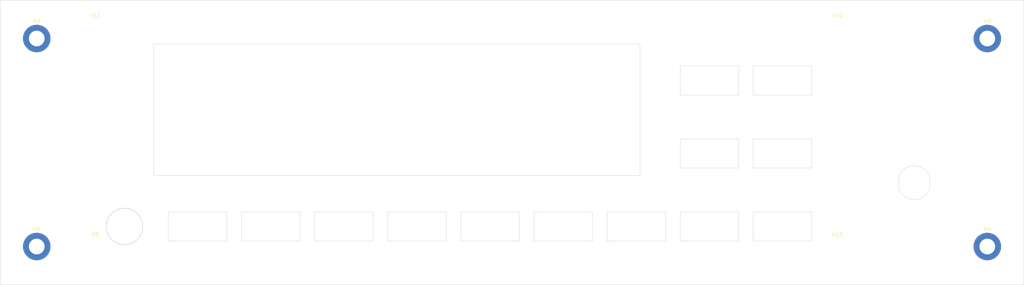
<source format=kicad_pcb>
(kicad_pcb (version 20211014) (generator pcbnew)
  (layers (0 "F.Cu" signal) (31 "B.Cu" signal) (34 "B.Paste" user) (35 "F.Paste" user) (36 "B.SilkS" user "B.Silkscreen") (37 "F.SilkS" user "F.Silkscreen") (38 "B.Mask" user) (39 "F.Mask" user) (44 "Edge.Cuts" user))
  (net 0 "")
  (footprint "MountingHole:MountingHole_4.3mm_M4_DIN965_Pad" (layer "F.Cu") (at 10 -10.5)
    (fp_text reference "H1" (at 0 -4.75) (layer "F.SilkS"))
    (fp_text value "MountingHole")
    (pad "1" thru_hole circle locked (at 0 0) (size 7.5 7.5) (drill 4.3) (layers *.Cu *.Mask))
  )
  (footprint "MountingHole:MountingHole_4.3mm_M4_DIN965_Pad" (layer "F.Cu") (at 270 -10.5)
    (fp_text reference "H4" (at 0 -4.75) (layer "F.SilkS"))
    (fp_text value "MountingHole")
    (pad "1" thru_hole circle locked (at 0 0) (size 7.5 7.5) (drill 4.3) (layers *.Cu *.Mask))
  )
  (footprint "MountingHole:MountingHole_3.2mm_M3_DIN965" (layer "F.Cu") (at 26 -70)
    (fp_text reference "H11" (at 0 -3.8) (layer "F.SilkS"))
    (fp_text value "MountingHole")
    (pad "" np_thru_hole circle locked (at 0 0) (size 3.2 3.2) (drill 3.2) (layers *.Cu *.Mask))
  )
  (footprint "MountingHole:MountingHole_3.2mm_M3_DIN965" (layer "F.Cu") (at 26 -10)
    (fp_text reference "H9" (at 0 -3.8) (layer "F.SilkS"))
    (fp_text value "MountingHole")
    (pad "" np_thru_hole circle locked (at 0 0) (size 3.2 3.2) (drill 3.2) (layers *.Cu *.Mask))
  )
  (footprint "MountingHole:MountingHole_3.2mm_M3_DIN965" (layer "F.Cu") (at 229 -70)
    (fp_text reference "H10" (at 0 -3.8) (layer "F.SilkS"))
    (fp_text value "MountingHole")
    (pad "" np_thru_hole circle locked (at 0 0) (size 3.2 3.2) (drill 3.2) (layers *.Cu *.Mask))
  )
  (footprint "MountingHole:MountingHole_3.2mm_M3_DIN965" (layer "F.Cu") (at 229 -10)
    (fp_text reference "H12" (at 0 -3.8) (layer "F.SilkS"))
    (fp_text value "MountingHole")
    (pad "" np_thru_hole circle locked (at 0 0) (size 3.2 3.2) (drill 3.2) (layers *.Cu *.Mask))
  )
  (footprint "MountingHole:MountingHole_4.3mm_M4_DIN965_Pad" (layer "F.Cu") (at 10 -67.5)
    (fp_text reference "H2" (at 0 -4.75) (layer "F.SilkS"))
    (fp_text value "MountingHole")
    (pad "1" thru_hole circle locked (at 0 0) (size 7.5 7.5) (drill 4.3) (layers *.Cu *.Mask))
  )
  (footprint "MountingHole:MountingHole_4.3mm_M4_DIN965_Pad" (layer "F.Cu") (at 270 -67.5)
    (fp_text reference "H3" (at 0 -4.75) (layer "F.SilkS"))
    (fp_text value "MountingHole")
    (pad "1" thru_hole circle locked (at 0 0) (size 7.5 7.5) (drill 4.3) (layers *.Cu *.Mask))
  )
  (gr_line (start 280 -78) (end 0 -78) (layer "Edge.Cuts") (width 0.1))
  (gr_line (start 245.8 -26.184122) (end 245.8 -29.9) (layer "Edge.Cuts") (width 0.1))
  (gr_arc (start 254.2 -26.1) (mid 249.972563 -23.402407) (end 245.8 -26.184122) (layer "Edge.Cuts") (width 0.1))
  (gr_rect (start 186 -12) (end 202 -20) (layer "Edge.Cuts") (width 0.1) (fill none))
  (gr_line (start 254.2 -26.1) (end 254.2 -29.9) (layer "Edge.Cuts") (width 0.1))
  (gr_circle (center 34 -16) (end 39 -16) (layer "Edge.Cuts") (width 0.1) (fill none))
  (gr_rect (start 186 -52) (end 202 -60) (layer "Edge.Cuts") (width 0.1) (fill none))
  (gr_rect (start 66 -12) (end 82 -20) (layer "Edge.Cuts") (width 0.1) (fill none))
  (gr_line (start 0 0) (end 280 0) (layer "Edge.Cuts") (width 0.1))
  (gr_rect (start 86 -12) (end 102 -20) (layer "Edge.Cuts") (width 0.1) (fill none))
  (gr_rect (start 126 -12) (end 142 -20) (layer "Edge.Cuts") (width 0.1) (fill none))
  (gr_rect (start 206 -52) (end 222 -60) (layer "Edge.Cuts") (width 0.1) (fill none))
  (gr_rect (start 42 -30) (end 175 -66) (layer "Edge.Cuts") (width 0.1) (fill none))
  (gr_rect (start 186 -32) (end 202 -40) (layer "Edge.Cuts") (width 0.1) (fill none))
  (gr_rect (start 46 -12) (end 62 -20) (layer "Edge.Cuts") (width 0.1) (fill none))
  (gr_rect (start 106 -12) (end 122 -20) (layer "Edge.Cuts") (width 0.1) (fill none))
  (gr_circle (center 34 -16) (end 39 -16) (layer "Edge.Cuts") (width 0.1) (fill none))
  (gr_line (start 0 -78) (end 0 0) (layer "Edge.Cuts") (width 0.1))
  (gr_rect (start 146 -12) (end 162 -20) (layer "Edge.Cuts") (width 0.1) (fill none))
  (gr_rect (start 166 -12) (end 182 -20) (layer "Edge.Cuts") (width 0.1) (fill none))
  (gr_arc (start 245.8 -29.9) (mid 250 -32.609772) (end 254.2 -29.9) (layer "Edge.Cuts") (width 0.1))
  (gr_rect (start 206 -32) (end 222 -40) (layer "Edge.Cuts") (width 0.1) (fill none))
  (gr_line (start 280 0) (end 280 -78) (layer "Edge.Cuts") (width 0.1))
  (gr_rect (start 206 -12) (end 222 -20) (layer "Edge.Cuts") (width 0.1) (fill none))
)
</source>
